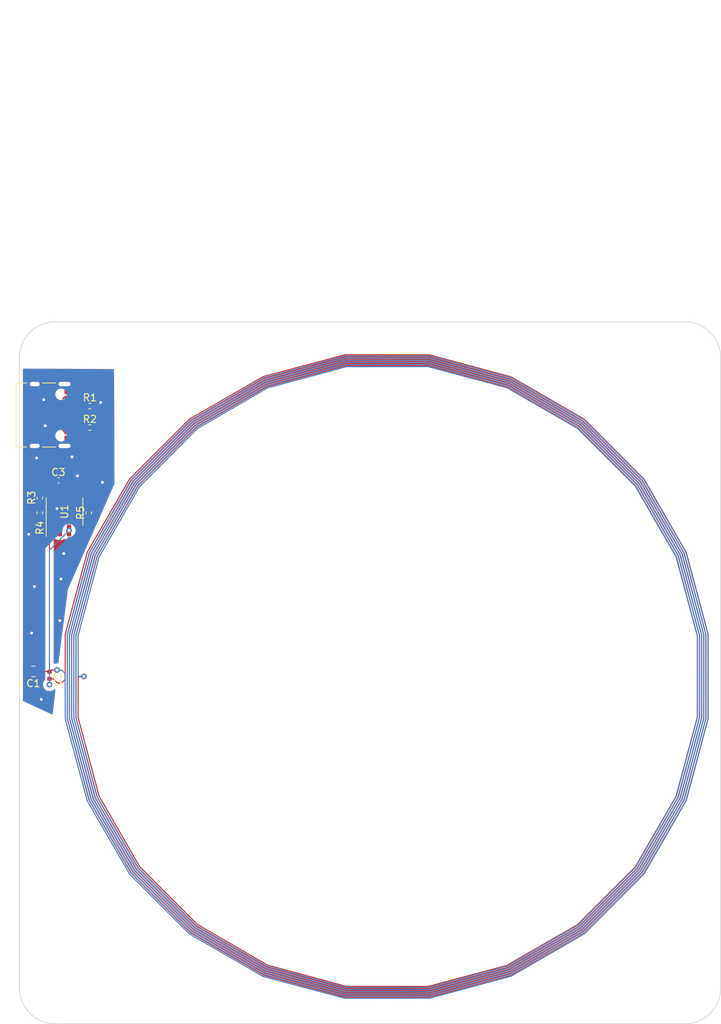
<source format=kicad_pcb>
(kicad_pcb (version 20211014) (generator pcbnew)
  (layers (0 "F.Cu" signal) (31 "B.Cu" signal) (34 "B.Paste" user) (35 "F.Paste" user) (36 "B.SilkS" user "B.Silkscreen") (37 "F.SilkS" user "F.Silkscreen") (38 "B.Mask" user) (39 "F.Mask" user) (44 "Edge.Cuts" user))
  (net 0 "")
  (net 1 "+5V")
  (net 2 "GND")
  (net 3 "Net-(C3-Pad1)")
  (net 4 "Net-(C3-Pad2)")
  (net 9 "Net-(J1-PadA5)")
  (net 12 "Net-(J1-PadB5)")
  (net 13 "Net-(R3-Pad1)")
  (footprint "Resistor_SMD:R_0402_1005Metric" (layer "F.Cu") (at 42.85 96.65 90)
    (fp_text reference "R4" (at -2.1 0 90) (layer "F.SilkS"))
    (fp_text value "51K")
    (fp_line (start -0.153641 -0.38) (end 0.153641 -0.38) (layer "F.SilkS") (width 0.12))
    (fp_line (start -0.153641 0.38) (end 0.153641 0.38) (layer "F.SilkS") (width 0.12))
    (pad "1" smd roundrect locked (at -0.51 0 90) (size 0.54 0.64) (layers "F.Cu" "F.Paste" "F.Mask") (net 1 "+5V"))
    (pad "2" smd roundrect locked (at 0.51 0 90) (size 0.54 0.64) (layers "F.Cu" "F.Paste" "F.Mask") (net 3 "Net-(C3-Pad1)"))
  )
  (footprint "Resistor_SMD:R_0402_1005Metric" (layer "F.Cu") (at 49.7 96.66 90)
    (fp_text reference "R5" (at 0 -1.17 90) (layer "F.SilkS"))
    (fp_text value "51K")
    (fp_line (start -0.153641 0.38) (end 0.153641 0.38) (layer "F.SilkS") (width 0.12))
    (fp_line (start -0.153641 -0.38) (end 0.153641 -0.38) (layer "F.SilkS") (width 0.12))
    (pad "1" smd roundrect locked (at -0.51 0 90) (size 0.54 0.64) (layers "F.Cu" "F.Paste" "F.Mask") (net 1 "+5V"))
    (pad "2" smd roundrect locked (at 0.51 0 90) (size 0.54 0.64) (layers "F.Cu" "F.Paste" "F.Mask") (net 4 "Net-(C3-Pad2)"))
  )
  (footprint "Resistor_SMD:R_0402_1005Metric" (layer "F.Cu") (at 49.84 81.75)
    (fp_text reference "R1" (at 0 -1.17) (layer "F.SilkS"))
    (fp_text value "5.1K")
    (fp_line (start -0.153641 -0.38) (end 0.153641 -0.38) (layer "F.SilkS") (width 0.12))
    (fp_line (start -0.153641 0.38) (end 0.153641 0.38) (layer "F.SilkS") (width 0.12))
    (pad "1" smd roundrect locked (at -0.51 0) (size 0.54 0.64) (layers "F.Cu" "F.Paste" "F.Mask") (net 9 "Net-(J1-PadA5)"))
    (pad "2" smd roundrect locked (at 0.51 0) (size 0.54 0.64) (layers "F.Cu" "F.Paste" "F.Mask") (net 2 "GND"))
  )
  (footprint "Resistor_SMD:R_0402_1005Metric" (layer "F.Cu") (at 42.85 94.6 90)
    (fp_text reference "R3" (at 0.05 -1.15 90) (layer "F.SilkS"))
    (fp_text value "6.2K")
    (fp_line (start -0.153641 0.38) (end 0.153641 0.38) (layer "F.SilkS") (width 0.12))
    (fp_line (start -0.153641 -0.38) (end 0.153641 -0.38) (layer "F.SilkS") (width 0.12))
    (pad "1" smd roundrect locked (at -0.51 0 90) (size 0.54 0.64) (layers "F.Cu" "F.Paste" "F.Mask") (net 13 "Net-(R3-Pad1)"))
    (pad "2" smd roundrect locked (at 0.51 0 90) (size 0.54 0.64) (layers "F.Cu" "F.Paste" "F.Mask") (net 3 "Net-(C3-Pad1)"))
  )
  (footprint "Package_SO:SOP-8_3.9x4.9mm_P1.27mm" (layer "F.Cu") (at 46.3 96.5 90)
    (fp_text reference "U1" (at 0 0 90) (layer "F.SilkS"))
    (fp_text value "XKT-510")
    (fp_line (start 0 2.56) (end 1.95 2.56) (layer "F.SilkS") (width 0.12))
    (fp_line (start 0 2.56) (end -1.95 2.56) (layer "F.SilkS") (width 0.12))
    (fp_line (start 0 -2.56) (end 1.95 -2.56) (layer "F.SilkS") (width 0.12))
    (fp_line (start 0 -2.56) (end -3.45 -2.56) (layer "F.SilkS") (width 0.12))
    (pad "1" smd roundrect locked (at -2.625 -1.905 90) (size 1.65 0.6) (layers "F.Cu" "F.Paste" "F.Mask") (net 1 "+5V"))
    (pad "2" smd roundrect locked (at -2.625 -0.635 90) (size 1.65 0.6) (layers "F.Cu" "F.Paste" "F.Mask"))
    (pad "3" smd roundrect locked (at -2.625 0.635 90) (size 1.65 0.6) (layers "F.Cu" "F.Paste" "F.Mask") (net 1 "+5V"))
    (pad "4" smd roundrect locked (at -2.625 1.905 90) (size 1.65 0.6) (layers "F.Cu" "F.Paste" "F.Mask") (net 2 "GND"))
    (pad "5" smd roundrect locked (at 2.625 1.905 90) (size 1.65 0.6) (layers "F.Cu" "F.Paste" "F.Mask"))
    (pad "6" smd roundrect locked (at 2.625 0.635 90) (size 1.65 0.6) (layers "F.Cu" "F.Paste" "F.Mask") (net 4 "Net-(C3-Pad2)"))
    (pad "7" smd roundrect locked (at 2.625 -0.635 90) (size 1.65 0.6) (layers "F.Cu" "F.Paste" "F.Mask") (net 13 "Net-(R3-Pad1)"))
    (pad "8" smd roundrect locked (at 2.625 -1.905 90) (size 1.65 0.6) (layers "F.Cu" "F.Paste" "F.Mask") (net 3 "Net-(C3-Pad1)"))
  )
  (footprint "Capacitor_SMD:C_0805_2012Metric" (layer "F.Cu") (at 41.95 118.8 180)
    (fp_text reference "C1" (at 0 -1.68 180) (layer "F.SilkS"))
    (fp_text value "22uf/16V")
    (fp_line (start -0.261252 0.735) (end 0.261252 0.735) (layer "F.SilkS") (width 0.12))
    (fp_line (start -0.261252 -0.735) (end 0.261252 -0.735) (layer "F.SilkS") (width 0.12))
    (pad "1" smd roundrect locked (at -0.95 0 180) (size 1 1.45) (layers "F.Cu" "F.Paste" "F.Mask") (net 1 "+5V"))
    (pad "2" smd roundrect locked (at 0.95 0 180) (size 1 1.45) (layers "F.Cu" "F.Paste" "F.Mask") (net 2 "GND"))
  )
  (footprint "Capacitor_SMD:C_0402_1005Metric" (layer "F.Cu") (at 44.2 119.35 90)
    (fp_text reference "C2" (at -0.5 1.2 90) (layer "F.SilkS"))
    (fp_text value "39nf")
    (fp_line (start -0.107836 0.36) (end 0.107836 0.36) (layer "F.SilkS") (width 0.12))
    (fp_line (start -0.107836 -0.36) (end 0.107836 -0.36) (layer "F.SilkS") (width 0.12))
    (pad "1" smd roundrect locked (at -0.48 0 90) (size 0.56 0.62) (layers "F.Cu" "F.Paste" "F.Mask") (net 1 "+5V"))
    (pad "2" smd roundrect locked (at 0.48 0 90) (size 0.56 0.62) (layers "F.Cu" "F.Paste" "F.Mask") (net 1 "+5V"))
  )
  (footprint "Capacitor_SMD:C_0402_1005Metric" (layer "F.Cu") (at 45.47 92.11)
    (fp_text reference "C3" (at -0.02 -1.11) (layer "F.SilkS"))
    (fp_text value "1000pf")
    (fp_line (start -0.107836 0.36) (end 0.107836 0.36) (layer "F.SilkS") (width 0.12))
    (fp_line (start -0.107836 -0.36) (end 0.107836 -0.36) (layer "F.SilkS") (width 0.12))
    (pad "1" smd roundrect locked (at -0.48 0) (size 0.56 0.62) (layers "F.Cu" "F.Paste" "F.Mask") (net 3 "Net-(C3-Pad1)"))
    (pad "2" smd roundrect locked (at 0.48 0) (size 0.56 0.62) (layers "F.Cu" "F.Paste" "F.Mask") (net 4 "Net-(C3-Pad2)"))
  )
  (footprint "Connector_USB:USB_C_Receptacle_Palconn_UTC16-G" (layer "F.Cu") (at 44.375 83 -90)
    (fp_text reference "J1" hide)
    (fp_text value "USB_C_Receptacle_USB2.0")
    (fp_line (start 4.47 -0.67) (end 4.47 1.13) (layer "F.SilkS") (width 0.12))
    (fp_line (start -4.47 -0.67) (end -4.47 1.13) (layer "F.SilkS") (width 0.12))
    (fp_line (start 4.47 4.84) (end -4.47 4.84) (layer "F.SilkS") (width 0.12))
    (fp_line (start 4.47 4.84) (end 4.47 3.38) (layer "F.SilkS") (width 0.12))
    (fp_line (start -4.47 4.84) (end -4.47 3.38) (layer "F.SilkS") (width 0.12))
    (pad "" np_thru_hole circle locked (at -2.89 -1.45 90) (size 0.6 0.6) (drill 0.6) (layers *.Cu *.Mask))
    (pad "" np_thru_hole circle locked (at 2.89 -1.45 90) (size 0.6 0.6) (drill 0.6) (layers *.Cu *.Mask))
    (pad "A1" smd rect locked (at -3.2 -2.51 270) (size 0.6 1.16) (layers "F.Cu" "F.Paste" "F.Mask") (net 2 "GND"))
    (pad "A4" smd rect locked (at -2.4 -2.51 270) (size 0.6 1.16) (layers "F.Cu" "F.Paste" "F.Mask") (net 1 "+5V"))
    (pad "A5" smd rect locked (at -1.25 -2.51 90) (size 0.3 1.16) (layers "F.Cu" "F.Paste" "F.Mask") (net 9 "Net-(J1-PadA5)"))
    (pad "A6" smd rect locked (at -0.25 -2.51 90) (size 0.3 1.16) (layers "F.Cu" "F.Paste" "F.Mask"))
    (pad "A7" smd rect locked (at 0.25 -2.51 90) (size 0.3 1.16) (layers "F.Cu" "F.Paste" "F.Mask"))
    (pad "A8" smd rect locked (at 1.25 -2.51 90) (size 0.3 1.16) (layers "F.Cu" "F.Paste" "F.Mask"))
    (pad "A9" smd rect locked (at 2.4 -2.51 270) (size 0.6 1.16) (layers "F.Cu" "F.Paste" "F.Mask") (net 1 "+5V"))
    (pad "A12" smd rect locked (at 3.2 -2.51 270) (size 0.6 1.16) (layers "F.Cu" "F.Paste" "F.Mask") (net 2 "GND"))
    (pad "B1" smd rect locked (at 3.2 -2.51 270) (size 0.6 1.16) (layers "F.Cu" "F.Paste" "F.Mask") (net 2 "GND"))
    (pad "B4" smd rect locked (at 2.4 -2.51 270) (size 0.6 1.16) (layers "F.Cu" "F.Paste" "F.Mask") (net 1 "+5V"))
    (pad "B5" smd rect locked (at 1.75 -2.51 90) (size 0.3 1.16) (layers "F.Cu" "F.Paste" "F.Mask") (net 12 "Net-(J1-PadB5)"))
    (pad "B6" smd rect locked (at 0.75 -2.51 90) (size 0.3 1.16) (layers "F.Cu" "F.Paste" "F.Mask"))
    (pad "B7" smd rect locked (at -0.75 -2.51 90) (size 0.3 1.16) (layers "F.Cu" "F.Paste" "F.Mask"))
    (pad "B8" smd rect locked (at -1.75 -2.51 90) (size 0.3 1.16) (layers "F.Cu" "F.Paste" "F.Mask"))
    (pad "B9" smd rect locked (at -2.4 -2.51 270) (size 0.6 1.16) (layers "F.Cu" "F.Paste" "F.Mask") (net 1 "+5V"))
    (pad "B12" smd rect locked (at -3.2 -2.51 270) (size 0.6 1.16) (layers "F.Cu" "F.Paste" "F.Mask") (net 2 "GND"))
    (pad "S1" thru_hole oval locked (at -4.32 2.24) (size 1.7 0.9) (drill oval 1.4 0.6) (layers *.Cu *.Mask) (net 2 "GND"))
    (pad "S1" thru_hole oval locked (at 4.32 2.24) (size 1.7 0.9) (drill oval 1.4 0.6) (layers *.Cu *.Mask) (net 2 "GND"))
    (pad "S1" thru_hole oval locked (at 4.32 -1.93) (size 2 0.9) (drill oval 1.7 0.6) (layers *.Cu *.Mask) (net 2 "GND"))
    (pad "S1" thru_hole oval locked (at -4.32 -1.93) (size 2 0.9) (drill oval 1.7 0.6) (layers *.Cu *.Mask) (net 2 "GND"))
  )
  (footprint "Resistor_SMD:R_0402_1005Metric" (layer "F.Cu") (at 49.84 84.75)
    (fp_text reference "R2" (at 0 -1.17) (layer "F.SilkS"))
    (fp_text value "5.1K")
    (fp_line (start -0.153641 0.38) (end 0.153641 0.38) (layer "F.SilkS") (width 0.12))
    (fp_line (start -0.153641 -0.38) (end 0.153641 -0.38) (layer "F.SilkS") (width 0.12))
    (pad "1" smd roundrect locked (at -0.51 0) (size 0.54 0.64) (layers "F.Cu" "F.Paste" "F.Mask") (net 12 "Net-(J1-PadB5)"))
    (pad "2" smd roundrect locked (at 0.51 0) (size 0.54 0.64) (layers "F.Cu" "F.Paste" "F.Mask") (net 2 "GND"))
  )
  (gr_arc locked (start 133 70) (mid 136.535534 71.464466) (end 138 75) (layer "Edge.Cuts") (width 0.1))
  (gr_arc locked (start 138 163) (mid 136.535534 166.535534) (end 133 168) (layer "Edge.Cuts") (width 0.1))
  (gr_line locked (start 133 70) (end 45 70) (layer "Edge.Cuts") (width 0.1))
  (gr_arc locked (start 45 168) (mid 41.464466 166.535534) (end 40 163) (layer "Edge.Cuts") (width 0.1))
  (gr_line locked (start 138 163) (end 138 75) (layer "Edge.Cuts") (width 0.1))
  (gr_arc locked (start 40 75) (mid 41.464466 71.464466) (end 45 70) (layer "Edge.Cuts") (width 0.1))
  (gr_line locked (start 45 168) (end 133 168) (layer "Edge.Cuts") (width 0.1))
  (gr_line locked (start 40 75) (end 40 163) (layer "Edge.Cuts") (width 0.1))
  (segment (start 64.716 84.75) (end 74.629 79.041) (width 0.15) (layer "F.Cu") (net 1))
  (segment (start 44.2 119.83) (end 44.2 120.65) (width 0.15) (layer "F.Cu") (net 1))
  (segment (start 97.189 75.505) (end 108.378 78.517) (width 0.15) (layer "F.Cu") (net 1))
  (segment (start 85.52 74.893) (end 97.268 74.905) (width 0.15) (layer "F.Cu") (net 1))
  (segment (start 47.295 125.324) (end 47.307 113.714) (width 0.15) (layer "F.Cu") (net 1))
  (segment (start 126.293 146.296) (end 118.166 154.406) (width 0.15) (layer "F.Cu") (net 1))
  (segment (start 127.064 92.148) (end 132.921 102.317) (width 0.15) (layer "F.Cu") (net 1))
  (segment (start 85.502 164.281) (end 74.122 161.219) (width 0.15) (layer "F.Cu") (net 1))
  (segment (start 50.24452 86.32952) (end 50.24452 96.62548) (width 0.15) (layer "F.Cu") (net 1))
  (segment (start 46.994 125.363) (end 47.007 113.674) (width 0.15) (layer "F.Cu") (net 1))
  (segment (start 55.896 92.279) (end 64.163 84.029) (width 0.15) (layer "F.Cu") (net 1))
  (segment (start 117.981 154.166) (end 108.103 159.855) (width 0.15) (layer "F.Cu") (net 1))
  (segment (start 55.415 91.91) (end 63.795 83.548) (width 0.15) (layer "F.Cu") (net 1))
  (segment (start 108.682 161.254) (end 97.29 164.293) (width 0.15) (layer "F.Cu") (net 1))
  (segment (start 74.469 160.379) (end 64.478 154.596) (width 0.15) (layer "F.Cu") (net 1))
  (segment (start 49.484 102.158) (end 55.415 91.91) (width 0.15) (layer "F.Cu") (net 1))
  (segment (start 97.211 163.693) (end 85.581 163.68) (width 0.15) (layer "F.Cu") (net 1))
  (segment (start 64.847 154.116) (end 56.807 146.058) (width 0.15) (layer "F.Cu") (net 1))
  (segment (start 132.921 102.317) (end 135.945 113.653) (width 0.15) (layer "F.Cu") (net 1))
  (segment (start 132.641 102.433) (end 135.645 113.692) (width 0.15) (layer "F.Cu") (net 1))
  (segment (start 126.103 92.885) (end 131.802 102.781) (width 0.15) (layer "F.Cu") (net 1))
  (segment (start 50.883 102.737) (end 56.617 92.832) (width 0.15) (layer "F.Cu") (net 1))
  (segment (start 45.314 120.419) (end 45.854 120.419) (width 0.15) (layer "F.Cu") (net 1))
  (segment (start 136.233 125.421) (end 133.166 136.82) (width 0.15) (layer "F.Cu") (net 1))
  (segment (start 135.345 113.732) (end 135.332 125.302) (width 0.15) (layer "F.Cu") (net 1))
  (segment (start 132.046 136.356) (end 126.293 146.296) (width 0.15) (layer "F.Cu") (net 1))
  (segment (start 46.394 119.518) (end 46.407 113.595) (width 0.15) (layer "F.Cu") (net 1))
  (segment (start 74.354 160.659) (end 64.294 154.837) (width 0.15) (layer "F.Cu") (net 1))
  (segment (start 44.395 98.3) (end 44.395 99.125) (width 0.15) (layer "F.Cu") (net 1))
  (segment (start 63.795 83.548) (end 74.049 77.642) (width 0.15) (layer "F.Cu") (net 1))
  (segment (start 126.583 92.517) (end 132.361 102.549) (width 0.15) (layer "F.Cu") (net 1))
  (segment (start 74.049 77.642) (end 85.48 74.592) (width 0.15) (layer "F.Cu") (net 1))
  (segment (start 64.348 84.269) (end 74.397 78.482) (width 0.15) (layer "F.Cu") (net 1))
  (segment (start 85.581 163.68) (end 74.354 160.659) (width 0.15) (layer "F.Cu") (net 1))
  (segment (start 46.080489 85.180489) (end 46.3 85.4) (width 0.15) (layer "F.Cu") (net 1))
  (segment (start 50.568 136.429) (end 47.595 125.284) (width 0.15) (layer "F.Cu") (net 1))
  (segment (start 47.007 113.674) (end 50.044 102.39) (width 0.15) (layer "F.Cu") (net 1))
  (segment (start 64.478 154.596) (end 56.326 146.427) (width 0.15) (layer "F.Cu") (net 1))
  (segment (start 64.294 154.837) (end 56.086 146.611) (width 0.15) (layer "F.Cu") (net 1))
  (segment (start 64.163 84.029) (end 74.281 78.202) (width 0.15) (layer "F.Cu") (net 1))
  (segment (start 132.326 136.472) (end 126.533 146.481) (width 0.15) (layer "F.Cu") (net 1))
  (segment (start 127.014 146.849) (end 118.718 155.127) (width 0.15) (layer "F.Cu") (net 1))
  (segment (start 127.304 91.964) (end 133.2 102.201) (width 0.15) (layer "F.Cu") (net 1))
  (segment (start 118.718 155.127) (end 108.566 160.974) (width 0.15) (layer "F.Cu") (net 1))
  (segment (start 97.29 164.293) (end 85.502 164.281) (width 0.15) (layer "F.Cu") (net 1))
  (segment (start 108.146 79.076) (end 118.035 84.8) (width 0.15) (layer "F.Cu") (net 1))
  (segment (start 132.606 136.588) (end 126.774 146.665) (width 0.15) (layer "F.Cu") (net 1))
  (segment (start 74.281 78.202) (end 85.559 75.193) (width 0.15) (layer "F.Cu") (net 1))
  (segment (start 108.726 77.677) (end 118.957 83.598) (width 0.15) (layer "F.Cu") (net 1))
  (segment (start 44.13 118.8) (end 44.2 118.87) (width 0.15) (layer "F.Cu") (net 1))
  (segment (start 47.608 113.753) (end 50.603 102.621) (width 0.15) (layer "F.Cu") (net 1))
  (segment (start 136.245 113.613) (end 136.233 125.421) (width 0.15) (layer "F.Cu") (net 1))
  (segment (start 55.656 92.094) (end 63.979 83.789) (width 0.15) (layer "F.Cu") (net 1))
  (segment (start 97.11 76.106) (end 108.146 79.076) (width 0.15) (layer "F.Cu") (net 1))
  (segment (start 126.533 146.481) (end 118.35 154.646) (width 0.15) (layer "F.Cu") (net 1))
  (segment (start 74.585 160.1) (end 64.662 154.356) (width 0.15) (layer "F.Cu") (net 1))
  (segment (start 108.378 78.517) (end 118.404 84.319) (width 0.15) (layer "F.Cu") (net 1))
  (segment (start 133.166 136.82) (end 127.254 147.034) (width 0.15) (layer "F.Cu") (net 1))
  (segment (start 49.729 136.776) (end 46.695 125.403) (width 0.15) (layer "F.Cu") (net 1))
  (segment (start 135.044 113.771) (end 135.032 125.263) (width 0.15) (layer "F.Cu") (net 1))
  (segment (start 48.652 119.518) (end 49.096 119.518) (width 0.3) (layer "F.Cu") (net 1))
  (segment (start 50.603 102.621) (end 56.376 92.647) (width 0.15) (layer "F.Cu") (net 1))
  (segment (start 97.171 163.393) (end 85.62 163.38) (width 0.15) (layer "F.Cu") (net 1))
  (segment (start 118.772 83.839) (end 127.064 92.148) (width 0.15) (layer "F.Cu") (net 1))
  (segment (start 108.103 159.855) (end 97.092 162.792) (width 0.15) (layer "F.Cu") (net 1))
  (segment (start 134.744 113.811) (end 134.731 125.223) (width 0.15) (layer "F.Cu") (net 1))
  (segment (start 85.638 75.793) (end 97.15 75.806) (width 0.15) (layer "F.Cu") (net 1))
  (segment (start 45.525 97.17) (end 44.395 98.3) (width 0.15) (layer "F.Cu") (net 1))
  (segment (start 49.764 102.274) (end 55.656 92.094) (width 0.15) (layer "F.Cu") (net 1))
  (segment (start 64.532 84.51) (end 74.513 78.761) (width 0.15) (layer "F.Cu") (net 1))
  (segment (start 108.262 78.796) (end 118.219 84.56) (width 0.15) (layer "F.Cu") (net 1))
  (segment (start 55.606 146.98) (end 49.729 136.776) (width 0.15) (layer "F.Cu") (net 1))
  (segment (start 44.395 99.125) (end 42.85 97.58) (width 0.15) (layer "F.Cu") (net 1))
  (segment (start 48.208 119.518) (end 48.652 119.518) (width 0.15) (layer "F.Cu") (net 1))
  (segment (start 56.136 92.463) (end 64.348 84.269) (width 0.15) (layer "F.Cu") (net 1))
  (segment (start 56.376 92.647) (end 64.532 84.51) (width 0.15) (layer "F.Cu") (net 1))
  (segment (start 135.933 125.381) (end 132.886 136.704) (width 0.15) (layer "F.Cu") (net 1))
  (segment (start 97.131 163.092) (end 85.66 163.08) (width 0.15) (layer "F.Cu") (net 1))
  (segment (start 44.725 119.83) (end 44.2 119.83) (width 0.15) (layer "F.Cu") (net 1))
  (segment (start 42.9 118.8) (end 44.13 118.8) (width 0.15) (layer "F.Cu") (net 1))
  (segment (start 127.254 147.034) (end 118.903 155.367) (width 0.15) (layer "F.Cu") (net 1))
  (segment (start 85.541 163.981) (end 74.238 160.939) (width 0.15) (layer "F.Cu") (net 1))
  (segment (start 131.802 102.781) (end 134.744 113.811) (width 0.15) (layer "F.Cu") (net 1))
  (segment (start 64.109 155.077) (end 55.846 146.796) (width 0.15) (layer "F.Cu") (net 1))
  (segment (start 46.707 113.635) (end 49.764 102.274) (width 0.15) (layer "F.Cu") (net 1))
  (segment (start 50.848 136.313) (end 47.895 125.245) (width 0.15) (layer "F.Cu") (net 1))
  (segment (start 46.3 85.4) (end 46.885 85.4) (width 0.15) (layer "F.Cu") (net 1))
  (segment (start 118.404 84.319) (end 126.583 92.517) (width 0.15) (layer "F.Cu") (net 1))
  (segment (start 51.128 136.197) (end 48.196 125.205) (width 0.15) (layer "F.Cu") (net 1))
  (segment (start 50.323 102.506) (end 56.136 92.463) (width 0.15) (layer "F.Cu") (net 1))
  (segment (start 118.035 84.8) (end 126.103 92.885) (width 0.15) (layer "F.Cu") (net 1))
  (segment (start 118.588 84.079) (end 126.824 92.332) (width 0.15) (layer "F.Cu") (net 1))
  (segment (start 56.086 146.611) (end 50.288 136.544) (width 0.15) (layer "F.Cu") (net 1))
  (segment (start 85.699 162.78) (end 74.701 159.82) (width 0.15) (layer "F.Cu") (net 1))
  (segment (start 108.334 160.414) (end 97.171 163.393) (width 0.15) (layer "F.Cu") (net 1))
  (segment (start 85.48 74.592) (end 97.308 74.605) (width 0.15) (layer "F.Cu") (net 1))
  (segment (start 135.632 125.342) (end 132.606 136.588) (width 0.15) (layer "F.Cu") (net 1))
  (segment (start 118.35 154.646) (end 108.334 160.414) (width 0.15) (layer "F.Cu") (net 1))
  (segment (start 97.268 74.905) (end 108.61 77.957) (width 0.15) (layer "F.Cu") (net 1))
  (segment (start 97.308 74.605) (end 108.726 77.677) (width 0.15) (layer "F.Cu") (net 1))
  (segment (start 131.766 136.24) (end 126.053 146.112) (width 0.15) (layer "F.Cu") (net 1))
  (segment (start 46.407 113.595) (end 49.484 102.158) (width 0.15) (layer "F.Cu") (net 1))
  (segment (start 118.957 83.598) (end 127.304 91.964) (width 0.15) (layer "F.Cu") (net 1))
  (segment (start 85.678 76.093) (end 97.11 76.106) (width 0.15) (layer "F.Cu") (net 1))
  (segment (start 97.092 162.792) (end 85.699 162.78) (width 0.15) (layer "F.Cu") (net 1))
  (segment (start 56.326 146.427) (end 50.568 136.429) (width 0.15) (layer "F.Cu") (net 1))
  (segment (start 118.534 154.887) (end 108.451 160.694) (width 0.15) (layer "F.Cu") (net 1))
  (segment (start 118.903 155.367) (end 108.682 161.254) (width 0.15) (layer "F.Cu") (net 1))
  (segment (start 85.559 75.193) (end 97.229 75.205) (width 0.15) (layer "F.Cu") (net 1))
  (segment (start 135.645 113.692) (end 135.632 125.342) (width 0.15) (layer "F.Cu") (net 1))
  (segment (start 133.2 102.201) (end 136.245 113.613) (width 0.15) (layer "F.Cu") (net 1))
  (segment (start 47.895 125.245) (end 47.908 113.793) (width 0.15) (layer "F.Cu") (net 1))
  (segment (start 108.61 77.957) (end 118.772 83.839) (width 0.15) (layer "F.Cu") (net 1))
  (segment (start 42.85 97.58) (end 42.85 97.16) (width 0.15) (layer "F.Cu") (net 1))
  (segment (start 126.824 92.332) (end 132.641 102.433) (width 0.15) (layer "F.Cu") (net 1))
  (segment (start 63.979 83.789) (end 74.165 77.922) (width 0.15) (layer "F.Cu") (net 1))
  (segment (start 135.032 125.263) (end 132.046 136.356) (width 0.15) (layer "F.Cu") (net 1))
  (segment (start 49.315 85.4) (end 50.24452 86.32952) (width 0.15) (layer "F.Cu") (net 1))
  (segment (start 64.662 154.356) (end 56.566 146.242) (width 0.15) (layer "F.Cu") (net 1))
  (segment (start 108.451 160.694) (end 97.211 163.693) (width 0.15) (layer "F.Cu") (net 1))
  (segment (start 118.219 84.56) (end 126.343 92.701) (width 0.15) (layer "F.Cu") (net 1))
  (segment (start 132.081 102.665) (end 135.044 113.771) (width 0.15) (layer "F.Cu") (net 1))
  (segment (start 108.219 160.134) (end 97.131 163.092) (width 0.15) (layer "F.Cu") (net 1))
  (segment (start 45.854 120.419) (end 46.394 119.968) (width 0.15) (layer "F.Cu") (net 1))
  (segment (start 85.66 163.08) (end 74.585 160.1) (width 0.15) (layer "F.Cu") (net 1))
  (segment (start 50.24452 96.62548) (end 49.7 97.17) (width 0.15) (layer "F.Cu") (net 1))
  (segment (start 126.774 146.665) (end 118.534 154.887) (width 0.15) (layer "F.Cu") (net 1))
  (segment (start 47.908 113.793) (end 50.883 102.737) (width 0.15) (layer "F.Cu") (net 1))
  (segment (start 74.165 77.922) (end 85.52 74.893) (width 0.15) (layer "F.Cu") (net 1))
  (segment (start 56.807 146.058) (end 51.128 136.197) (width 0.15) (layer "F.Cu") (net 1))
  (segment (start 45.25 118.6) (end 44.47 118.6) (width 0.15) (layer "F.Cu") (net 1))
  (segment (start 50.009 136.661) (end 46.994 125.363) (width 0.15) (layer "F.Cu") (net 1))
  (segment (start 108.566 160.974) (end 97.25 163.993) (width 0.15) (layer "F.Cu") (net 1))
  (segment (start 50.044 102.39) (end 55.896 92.279) (width 0.15) (layer "F.Cu") (net 1))
  (segment (start 118.166 154.406) (end 108.219 160.134) (width 0.15) (layer "F.Cu") (net 1))
  (segment (start 85.62 163.38) (end 74.469 160.379) (width 0.15) (layer "F.Cu") (net 1))
  (segment (start 108.494 78.237) (end 118.588 84.079) (width 0.15) (layer "F.Cu") (net 1))
  (segment (start 132.361 102.549) (end 135.345 113.732) (width 0.15) (layer "F.Cu") (net 1))
  (segment (start 56.617 92.832) (end 64.716 84.75) (width 0.15) (layer "F.Cu") (net 1))
  (segment (start 126.053 146.112) (end 117.981 154.166) (width 0.15) (layer "F.Cu") (net 1))
  (segment (start 46.155 80.6) (end 46.080489 80.674511) (width 0.15) (layer "F.Cu") (net 1))
  (segment (start 48.196 125.205) (end 48.208 119.518) (width 0.15) (layer "F.Cu") (net 1))
  (segment (start 46.885 80.6) (end 46.155 80.6) (width 0.15) (layer "F.Cu") (net 1))
  (segment (start 46.394 119.968) (end 46.394 119.518) (width 0.15) (layer "F.Cu") (net 1))
  (segment (start 49.7 97.17) (end 45.525 97.17) (width 0.15) (layer "F.Cu") (net 1))
  (segment (start 97.25 163.993) (end 85.541 163.981) (width 0.15) (layer "F.Cu") (net 1))
  (segment (start 97.229 75.205) (end 108.494 78.237) (width 0.15) (layer "F.Cu") (net 1))
  (segment (start 50.288 136.544) (end 47.295 125.324) (width 0.15) (layer "F.Cu") (net 1))
  (segment (start 74.701 159.82) (end 64.847 154.116) (width 0.15) (layer "F.Cu") (net 1))
  (segment (start 47.595 125.284) (end 47.608 113.753) (width 0.15) (layer "F.Cu") (net 1))
  (segment (start 135.332 125.302) (end 132.326 136.472) (width 0.15) (layer "F.Cu") (net 1))
  (segment (start 45.314 120.419) (end 44.725 119.83) (width 0.15) (layer "F.Cu") (net 1))
  (segment (start 134.731 125.223) (end 131.766 136.24) (width 0.15) (layer "F.Cu") (net 1))
  (segment (start 74.238 160.939) (end 64.109 155.077) (width 0.15) (layer "F.Cu") (net 1))
  (segment (start 46.080489 80.674511) (end 46.080489 85.180489) (width 0.15) (layer "F.Cu") (net 1))
  (segment (start 132.886 136.704) (end 127.014 146.849) (width 0.15) (layer "F.Cu") (net 1))
  (segment (start 74.122 161.219) (end 63.925 155.317) (width 0.15) (layer "F.Cu") (net 1))
  (segment (start 44.47 118.6) (end 44.2 118.87) (width 0.15) (layer "F.Cu") (net 1))
  (segment (start 63.925 155.317) (end 55.606 146.98) (width 0.15) (layer "F.Cu") (net 1))
  (segment (start 74.629 79.041) (end 85.678 76.093) (width 0.15) (layer "F.Cu") (net 1))
  (segment (start 74.513 78.761) (end 85.638 75.793) (width 0.15) (layer "F.Cu") (net 1))
  (segment (start 55.846 146.796) (end 50.009 136.661) (width 0.15) (layer "F.Cu") (net 1))
  (segment (start 126.343 92.701) (end 132.081 102.665) (width 0.15) (layer "F.Cu") (net 1))
  (segment (start 135.945 113.653) (end 135.933 125.381) (width 0.15) (layer "F.Cu") (net 1))
  (segment (start 44.2 118.87) (end 44.2 99.32) (width 0.15) (layer "F.Cu") (net 1))
  (segment (start 56.566 146.242) (end 50.848 136.313) (width 0.15) (layer "F.Cu") (net 1))
  (segment (start 46.695 125.403) (end 46.707 113.635) (width 0.15) (layer "F.Cu") (net 1))
  (segment (start 44.2 99.32) (end 44.395 99.125) (width 0.15) (layer "F.Cu") (net 1))
  (segment (start 74.397 78.482) (end 85.599 75.493) (width 0.15) (layer "F.Cu") (net 1))
  (segment (start 85.599 75.493) (end 97.189 75.505) (width 0.15) (layer "F.Cu") (net 1))
  (segment (start 47.307 113.714) (end 50.323 102.506) (width 0.15) (layer "F.Cu") (net 1))
  (segment (start 46.885 85.4) (end 49.315 85.4) (width 0.15) (layer "F.Cu") (net 1))
  (segment (start 97.15 75.806) (end 108.262 78.796) (width 0.15) (layer "F.Cu") (net 1))
  (via (at 49.017 119.497) (size 0.8) (drill 0.4) (layers "F.Cu" "B.Cu") (net 1))
  (via (at 44.2 120.65) (size 0.8) (drill 0.4) (layers "F.Cu" "B.Cu") (net 1))
  (via (at 45.25 118.6) (size 0.8) (drill 0.4) (layers "F.Cu" "B.Cu") (net 1))
  (via (at 46.935 99.125) (size 0.8) (drill 0.4) (layers "F.Cu" "B.Cu") (net 1))
  (segment (start 46.707 125.401) (end 49.764 136.762) (width 0.15) (layer "B.Cu") (net 1))
  (segment (start 108.146 159.96) (end 118.035 154.236) (width 0.15) (layer "B.Cu") (net 1))
  (segment (start 135.332 113.733) (end 132.326 102.564) (width 0.15) (layer "B.Cu") (net 1))
  (segment (start 133.2 136.834) (end 136.245 125.423) (width 0.15) (layer "B.Cu") (net 1))
  (segment (start 47.608 125.283) (end 50.603 136.414) (width 0.15) (layer "B.Cu") (net 1))
  (segment (start 85.62 75.656) (end 74.469 78.656) (width 0.15) (layer "B.Cu") (net 1))
  (segment (start 108.61 161.079) (end 118.772 155.197) (width 0.15) (layer "B.Cu") (net 1))
  (segment (start 97.308 164.431) (end 108.726 161.358) (width 0.15) (layer "B.Cu") (net 1))
  (segment (start 64.847 84.92) (end 56.807 92.978) (width 0.15) (layer "B.Cu") (net 1))
  (segment (start 132.081 136.371) (end 135.044 125.264) (width 0.15) (layer "B.Cu") (net 1))
  (segment (start 50.288 102.491) (end 47.295 113.712) (width 0.15) (layer "B.Cu") (net 1))
  (segment (start 118.957 155.437) (end 127.304 147.072) (width 0.15) (layer "B.Cu") (net 1))
  (segment (start 108.378 160.519) (end 118.404 154.716) (width 0.15) (layer "B.Cu") (net 1))
  (segment (start 44.2 120.65) (end 44.2 101.86) (width 0.15) (layer "B.Cu") (net 1))
  (segment (start 47.307 125.322) (end 50.323 136.53) (width 0.15) (layer "B.Cu") (net 1))
  (segment (start 118.219 154.476) (end 126.343 146.335) (width 0.15) (layer "B.Cu") (net 1))
  (segment (start 47.895 113.791) (end 47.908 125.243) (width 0.15) (layer "B.Cu") (net 1))
  (segment (start 118.35 84.389) (end 108.334 78.622) (width 0.15) (layer "B.Cu") (net 1))
  (segment (start 74.469 78.656) (end 64.478 84.439) (width 0.15) (layer "B.Cu") (net 1))
  (segment (start 74.513 160.274) (end 85.638 163.242) (width 0.15) (layer "B.Cu") (net 1))
  (segment (start 55.846 92.24) (end 50.009 102.375) (width 0.15) (layer "B.Cu") (net 1))
  (segment (start 74.122 77.817) (end 63.925 83.719) (width 0.15) (layer "B.Cu") (net 1))
  (segment (start 97.25 75.043) (end 85.541 75.055) (width 0.15) (layer "B.Cu") (net 1))
  (segment (start 118.718 83.909) (end 108.566 78.062) (width 0.15) (layer "B.Cu") (net 1))
  (segment (start 64.294 84.199) (end 56.086 92.425) (width 0.15) (layer "B.Cu") (net 1))
  (segment (start 55.606 92.056) (end 49.729 102.259) (width 0.15) (layer "B.Cu") (net 1))
  (segment (start 48.196 113.831) (end 48.208 119.518) (width 0.15) (layer "B.Cu") (net 1))
  (segment (start 49.484 136.878) (end 55.415 147.126) (width 0.15) (layer "B.Cu") (net 1))
  (segment (start 118.772 155.197) (end 127.064 146.888) (width 0.15) (layer "B.Cu") (net 1))
  (segment (start 134.744 125.225) (end 134.731 113.812) (width 0.15) (layer "B.Cu") (net 1))
  (segment (start 85.48 164.443) (end 97.308 164.431) (width 0.15) (layer "B.Cu") (net 1))
  (segment (start 64.109 83.959) (end 55.846 92.24) (width 0.15) (layer "B.Cu") (net 1))
  (segment (start 45.854 118.617) (end 45.267 118.617) (width 0.15) (layer "B.Cu") (net 1))
  (segment (start 51.128 102.839) (end 48.196 113.831) (width 0.15) (layer "B.Cu") (net 1))
  (segment (start 46.407 125.441) (end 49.484 136.878) (width 0.15) (layer "B.Cu") (net 1))
  (segment (start 64.478 84.439) (end 56.326 92.609) (width 0.15) (layer "B.Cu") (net 1))
  (segment (start 46.394 119.518) (end 46.407 125.441) (width 0.15) (layer "B.Cu") (net 1))
  (segment (start 135.645 125.344) (end 135.632 113.694) (width 0.15) (layer "B.Cu") (net 1))
  (segment (start 97.092 76.244) (end 85.699 76.256) (width 0.15) (layer "B.Cu") (net 1))
  (segment (start 85.52 164.143) (end 97.268 164.131) (width 0.15) (layer "B.Cu") (net 1))
  (segment (start 56.807 92.978) (end 51.128 102.839) (width 0.15) (layer "B.Cu") (net 1))
  (segment (start 85.66 75.956) (end 74.585 78.936) (width 0.15) (layer "B.Cu") (net 1))
  (segment (start 56.136 146.573) (end 64.348 154.766) (width 0.15) (layer "B.Cu") (net 1))
  (segment (start 97.229 163.83) (end 108.494 160.799) (width 0.15) (layer "B.Cu") (net 1))
  (segment (start 97.268 164.131) (end 108.61 161.079) (width 0.15) (layer "B.Cu") (net 1))
  (segment (start 64.716 154.286) (end 74.629 159.994) (width 0.15) (layer "B.Cu") (net 1))
  (segment (start 44.2 101.86) (end 46.935 99.125) (width 0.15) (layer "B.Cu") (net 1))
  (segment (start 74.585 78.936) (end 64.662 84.68) (width 0.15) (layer "B.Cu") (net 1))
  (segment (start 47.295 113.712) (end 47.307 125.322) (width 0.15) (layer "B.Cu") (net 1))
  (segment (start 48.652 119.518) (end 49.096 119.518) (width 0.3) (layer "B.Cu") (net 1))
  (segment (start 46.695 113.633) (end 46.707 125.401) (width 0.15) (layer "B.Cu") (net 1))
  (segment (start 50.603 136.414) (end 56.376 146.388) (width 0.15) (layer "B.Cu") (net 1))
  (segment (start 132.046 102.679) (end 126.293 92.739) (width 0.15) (layer "B.Cu") (net 1))
  (segment (start 55.415 147.126) (end 63.795 155.487) (width 0.15) (layer "B.Cu") (net 1))
  (segment (start 132.886 102.332) (end 127.014 92.186) (width 0.15) (layer "B.Cu") (net 1))
  (segment (start 85.599 163.543) (end 97.189 163.53) (width 0.15) (layer "B.Cu") (net 1))
  (segment (start 46.994 113.673) (end 47.007 125.362) (width 0.15) (layer "B.Cu") (net 1))
  (segment (start 133.166 102.216) (end 127.254 92.002) (width 0.15) (layer "B.Cu") (net 1))
  (segment (start 85.541 75.055) (end 74.238 78.097) (width 0.15) (layer "B.Cu") (net 1))
  (segment (start 55.656 146.941) (end 63.979 155.247) (width 0.15) (layer "B.Cu") (net 1))
  (segment (start 46.394 119.067) (end 46.394 119.518) (width 0.15) (layer "B.Cu") (net 1))
  (segment (start 64.532 154.526) (end 74.513 160.274) (width 0.15) (layer "B.Cu") (net 1))
  (segment (start 47.908 125.243) (end 50.883 136.298) (width 0.15) (layer "B.Cu") (net 1))
  (segment (start 108.103 79.181) (end 97.092 76.244) (width 0.15) (layer "B.Cu") (net 1))
  (segment (start 126.774 92.371) (end 118.534 84.149) (width 0.15) (layer "B.Cu") (net 1))
  (segment (start 85.638 163.242) (end 97.15 163.23) (width 0.15) (layer "B.Cu") (net 1))
  (segment (start 97.189 163.53) (end 108.378 160.519) (width 0.15) (layer "B.Cu") (net 1))
  (segment (start 85.502 74.755) (end 74.122 77.817) (width 0.15) (layer "B.Cu") (net 1))
  (segment (start 126.293 92.739) (end 118.166 84.63) (width 0.15) (layer "B.Cu") (net 1))
  (segment (start 55.896 146.757) (end 64.163 155.007) (width 0.15) (layer "B.Cu") (net 1))
  (segment (start 49.729 102.259) (end 46.695 113.633) (width 0.15) (layer "B.Cu") (net 1))
  (segment (start 134.731 113.812) (end 131.766 102.795) (width 0.15) (layer "B.Cu") (net 1))
  (segment (start 56.566 92.793) (end 50.848 102.723) (width 0.15) (layer "B.Cu") (net 1))
  (segment (start 108.451 78.342) (end 97.211 75.343) (width 0.15) (layer "B.Cu") (net 1))
  (segment (start 126.053 92.924) (end 117.981 84.87) (width 0.15) (layer "B.Cu") (net 1))
  (segment (start 135.345 125.304) (end 135.332 113.733) (width 0.15) (layer "B.Cu") (net 1))
  (segment (start 131.766 102.795) (end 126.053 92.924) (width 0.15) (layer "B.Cu") (net 1))
  (segment (start 50.848 102.723) (end 47.895 113.791) (width 0.15) (layer "B.Cu") (net 1))
  (segment (start 50.044 136.646) (end 55.896 146.757) (width 0.15) (layer "B.Cu") (net 1))
  (segment (start 47.007 125.362) (end 50.044 136.646) (width 0.15) (layer "B.Cu") (net 1))
  (segment (start 136.233 113.615) (end 133.166 102.216) (width 0.15) (layer "B.Cu") (net 1))
  (segment (start 74.354 78.377) (end 64.294 84.199) (width 0.15) (layer "B.Cu") (net 1))
  (segment (start 132.606 102.448) (end 126.774 92.371) (width 0.15) (layer "B.Cu") (net 1))
  (segment (start 45.267 118.617) (end 45.25 118.6) (width 0.15) (layer "B.Cu") (net 1))
  (segment (start 108.494 160.799) (end 118.588 154.957) (width 0.15) (layer "B.Cu") (net 1))
  (segment (start 135.044 125.264) (end 135.032 113.773) (width 0.15) (layer "B.Cu") (net 1))
  (segment (start 135.933 113.654) (end 132.886 102.332) (width 0.15) (layer "B.Cu") (net 1))
  (segment (start 74.397 160.554) (end 85.599 163.543) (width 0.15) (layer "B.Cu") (net 1))
  (segment (start 136.245 125.423) (end 136.233 113.615) (width 0.15) (layer "B.Cu") (net 1))
  (segment (start 97.15 163.23) (end 108.262 160.239) (width 0.15) (layer "B.Cu") (net 1))
  (segment (start 74.281 160.834) (end 85.559 163.843) (width 0.15) (layer "B.Cu") (net 1))
  (segment (start 108.682 77.782) (end 97.29 74.742) (width 0.15) (layer "B.Cu") (net 1))
  (segment (start 47.595 113.752) (end 47.608 125.283) (width 0.15) (layer "B.Cu") (net 1))
  (segment (start 135.632 113.694) (end 132.606 102.448) (width 0.15) (layer "B.Cu") (net 1))
  (segment (start 74.629 159.994) (end 85.678 162.942) (width 0.15) (layer "B.Cu") (net 1))
  (segment (start 97.29 74.742) (end 85.502 74.755) (width 0.15) (layer "B.Cu") (net 1))
  (segment (start 85.699 76.256) (end 74.701 79.216) (width 0.15) (layer "B.Cu") (net 1))
  (segment (start 118.404 154.716) (end 126.583 146.519) (width 0.15) (layer "B.Cu") (net 1))
  (segment (start 85.559 163.843) (end 97.229 163.83) (width 0.15) (layer "B.Cu") (net 1))
  (segment (start 127.014 92.186) (end 118.718 83.909) (width 0.15) (layer "B.Cu") (net 1))
  (segment (start 132.361 136.487) (end 135.345 125.304) (width 0.15) (layer "B.Cu") (net 1))
  (segment (start 126.103 146.15) (end 131.802 136.255) (width 0.15) (layer "B.Cu") (net 1))
  (segment (start 50.568 102.607) (end 47.595 113.752) (width 0.15) (layer "B.Cu") (net 1))
  (segment (start 117.981 84.87) (end 108.103 79.181) (width 0.15) (layer "B.Cu") (net 1))
  (segment (start 64.662 84.68) (end 56.566 92.793) (width 0.15) (layer "B.Cu") (net 1))
  (segment (start 132.921 136.718) (end 135.945 125.383) (width 0.15) (layer "B.Cu") (net 1))
  (segment (start 56.617 146.204) (end 64.716 154.286) (width 0.15) (layer "B.Cu") (net 1))
  (segment (start 126.343 146.335) (end 132.081 136.371) (width 0.15) (layer "B.Cu") (net 1))
  (segment (start 50.009 102.375) (end 46.994 113.673) (width 0.15) (layer "B.Cu") (net 1))
  (segment (start 135.945 125.383) (end 135.933 113.654) (width 0.15) (layer "B.Cu") (net 1))
  (segment (start 108.262 160.239) (end 118.219 154.476) (width 0.15) (layer "B.Cu") (net 1))
  (segment (start 127.304 147.072) (end 133.2 136.834) (width 0.15) (layer "B.Cu") (net 1))
  (segment (start 108.334 78.622) (end 97.171 75.643) (width 0.15) (layer "B.Cu") (net 1))
  (segment (start 118.588 154.957) (end 126.824 146.703) (width 0.15) (layer "B.Cu") (net 1))
  (segment (start 127.254 92.002) (end 118.903 83.669) (width 0.15) (layer "B.Cu") (net 1))
  (segment (start 132.326 102.564) (end 126.533 92.555) (width 0.15) (layer "B.Cu") (net 1))
  (segment (start 126.533 92.555) (end 118.35 84.389) (width 0.15) (layer "B.Cu") (net 1))
  (segment (start 97.171 75.643) (end 85.62 75.656) (width 0.15) (layer "B.Cu") (net 1))
  (segment (start 108.726 161.358) (end 118.957 155.437) (width 0.15) (layer "B.Cu") (net 1))
  (segment (start 74.238 78.097) (end 64.109 83.959) (width 0.15) (layer "B.Cu") (net 1))
  (segment (start 126.583 146.519) (end 132.361 136.487) (width 0.15) (layer "B.Cu") (net 1))
  (segment (start 126.824 146.703) (end 132.641 136.603) (width 0.15) (layer "B.Cu") (net 1))
  (segment (start 97.211 75.343) (end 85.581 75.355) (width 0.15) (layer "B.Cu") (net 1))
  (segment (start 135.032 113.773) (end 132.046 102.679) (width 0.15) (layer "B.Cu") (net 1))
  (segment (start 74.049 161.394) (end 85.48 164.443) (width 0.15) (layer "B.Cu") (net 1))
  (segment (start 64.163 155.007) (end 74.281 160.834) (width 0.15) (layer "B.Cu") (net 1))
  (segment (start 48.208 119.518) (end 48.652 119.518) (width 0.15) (layer "B.Cu") (net 1))
  (segment (start 50.883 136.298) (end 56.617 146.204) (width 0.15) (layer "B.Cu") (net 1))
  (segment (start 118.166 84.63) (end 108.219 78.901) (width 0.15) (layer "B.Cu") (net 1))
  (segment (start 118.534 84.149) (end 108.451 78.342) (width 0.15) (layer "B.Cu") (net 1))
  (segment (start 63.925 83.719) (end 55.606 92.056) (width 0.15) (layer "B.Cu") (net 1))
  (segment (start 56.086 92.425) (end 50.288 102.491) (width 0.15) (layer "B.Cu") (net 1))
  (segment (start 85.581 75.355) (end 74.354 78.377) (width 0.15) (layer "B.Cu") (net 1))
  (segment (start 132.641 136.603) (end 135.645 125.344) (width 0.15) (layer "B.Cu") (net 1))
  (segment (start 56.326 92.609) (end 50.568 102.607) (width 0.15) (layer "B.Cu") (net 1))
  (segment (start 97.11 162.93) (end 108.146 159.96) (width 0.15) (layer "B.Cu") (net 1))
  (segment (start 118.035 154.236) (end 126.103 146.15) (width 0.15) (layer "B.Cu") (net 1))
  (segment (start 97.131 75.943) (end 85.66 75.956) (width 0.15) (layer "B.Cu") (net 1))
  (segment (start 85.678 162.942) (end 97.11 162.93) (width 0.15) (layer "B.Cu") (net 1))
  (segment (start 108.219 78.901) (end 97.131 75.943) (width 0.15) (layer "B.Cu") (net 1))
  (segment (start 74.701 79.216) (end 64.847 84.92) (width 0.15) (layer "B.Cu") (net 1))
  (segment (start 64.348 154.766) (end 74.397 160.554) (width 0.15) (layer "B.Cu") (net 1))
  (segment (start 74.165 161.114) (end 85.52 164.143) (width 0.15) (layer "B.Cu") (net 1))
  (segment (start 63.979 155.247) (end 74.165 161.114) (width 0.15) (layer "B.Cu") (net 1))
  (segment (start 50.323 136.53) (end 56.136 146.573) (width 0.15) (layer "B.Cu") (net 1))
  (segment (start 49.764 136.762) (end 55.656 146.941) (width 0.15) (layer "B.Cu") (net 1))
  (segment (start 131.802 136.255) (end 134.744 125.225) (width 0.15) (layer "B.Cu") (net 1))
  (segment (start 63.795 155.487) (end 74.049 161.394) (width 0.15) (layer "B.Cu") (net 1))
  (segment (start 56.376 146.388) (end 64.532 154.526) (width 0.15) (layer "B.Cu") (net 1))
  (segment (start 108.566 78.062) (end 97.25 75.043) (width 0.15) (layer "B.Cu") (net 1))
  (segment (start 45.854 118.617) (end 46.394 119.067) (width 0.15) (layer "B.Cu") (net 1))
  (segment (start 118.903 83.669) (end 108.682 77.782) (width 0.15) (layer "B.Cu") (net 1))
  (segment (start 127.064 146.888) (end 132.921 136.718) (width 0.15) (layer "B.Cu") (net 1))
  (via (at 45.25 96.05) (size 0.8) (drill 0.4) (layers "F.Cu" "B.Cu") (net 2))
  (via (at 47.35 88.85) (size 0.8) (drill 0.4) (layers "F.Cu" "B.Cu") (net 2))
  (via (at 51.6 92.4) (size 0.8) (drill 0.4) (layers "F.Cu" "B.Cu") (net 2))
  (via (at 41.3 99.65) (size 0.8) (drill 0.4) (layers "F.Cu" "B.Cu") (net 2))
  (via (at 41.7 113.45) (size 0.8) (drill 0.4) (layers "F.Cu" "B.Cu") (net 2))
  (via (at 46.2 102.35) (size 0.8) (drill 0.4) (layers "F.Cu" "B.Cu") (net 2))
  (via (at 42.4 89) (size 0.8) (drill 0.4) (layers "F.Cu" "B.Cu") (net 2))
  (via (at 43.05 122.7) (size 0.8) (drill 0.4) (layers "F.Cu" "B.Cu") (net 2))
  (via (at 43.6 84.5) (size 0.8) (drill 0.4) (layers "F.Cu" "B.Cu") (net 2))
  (via (at 42.1 106.95) (size 0.8) (drill 0.4) (layers "F.Cu" "B.Cu") (net 2))
  (via (at 48.1 91.5) (size 0.8) (drill 0.4) (layers "F.Cu" "B.Cu") (net 2))
  (via (at 51.35 81.25) (size 0.8) (drill 0.4) (layers "F.Cu" "B.Cu") (net 2))
  (via (at 43.4 80.85) (size 0.8) (drill 0.4) (layers "F.Cu" "B.Cu") (net 2))
  (via (at 45.65 111.7) (size 0.8) (drill 0.4) (layers "F.Cu" "B.Cu") (net 2))
  (via (at 45.8 105.9) (size 0.8) (drill 0.4) (layers "F.Cu" "B.Cu") (net 2))
  (segment (start 44.99 93.28) (end 44.395 93.875) (width 0.15) (layer "F.Cu") (net 3))
  (segment (start 42.30548 94.63452) (end 42.30548 95.59548) (width 0.15) (layer "F.Cu") (net 3))
  (segment (start 43.065 93.875) (end 42.85 94.09) (width 0.15) (layer "F.Cu") (net 3))
  (segment (start 42.30548 95.59548) (end 42.85 96.14) (width 0.15) (layer "F.Cu") (net 3))
  (segment (start 42.85 94.09) (end 42.30548 94.63452) (width 0.15) (layer "F.Cu") (net 3))
  (segment (start 44.99 92.11) (end 44.99 93.28) (width 0.15) (layer "F.Cu") (net 3))
  (segment (start 44.395 93.875) (end 43.065 93.875) (width 0.15) (layer "F.Cu") (net 3))
  (segment (start 46.935 93.875) (end 46.935 93.095) (width 0.15) (layer "F.Cu") (net 4))
  (segment (start 46.935 93.095) (end 45.95 92.11) (width 0.15) (layer "F.Cu") (net 4))
  (segment (start 49.7 96.15) (end 48.385 96.15) (width 0.15) (layer "F.Cu") (net 4))
  (segment (start 46.935 94.7) (end 46.935 93.875) (width 0.15) (layer "F.Cu") (net 4))
  (segment (start 48.385 96.15) (end 46.935 94.7) (width 0.15) (layer "F.Cu") (net 4))
  (segment (start 49.33 81.75) (end 46.885 81.75) (width 0.15) (layer "F.Cu") (net 9))
  (segment (start 49.33 84.75) (end 46.885 84.75) (width 0.15) (layer "F.Cu") (net 12))
  (segment (start 45.665 93.875) (end 45.665 94.7) (width 0.15) (layer "F.Cu") (net 13))
  (segment (start 45.665 94.7) (end 45.255 95.11) (width 0.15) (layer "F.Cu") (net 13))
  (segment (start 45.255 95.11) (end 42.85 95.11) (width 0.15) (layer "F.Cu") (net 13))
  (zone (net 2) (net_name "GND") (layers F&B.Cu) (connect_pads yes (clearance 0.508)) (min_thickness 0.254) (fill yes (thermal_gap 0.508) (thermal_bridge_width 0.508))
    (polygon (pts (xy 53.22197 76.602297) (xy 53.284006 92.581255) (xy 46.780548 107.308557) (xy 45.45 117.55) (xy 44.65 124.85) (xy 38.7 122.1) (xy 39.12197 76.502297)))
  )
)
</source>
